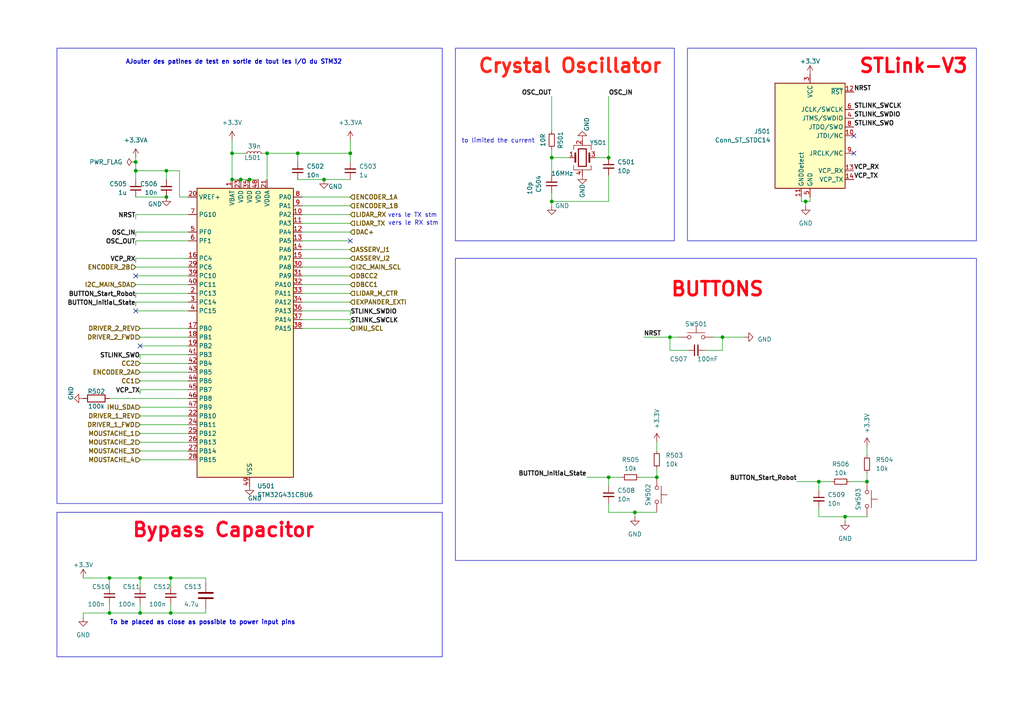
<source format=kicad_sch>
(kicad_sch (version 20231120) (generator "eeschema") (generator_version "8.0")
  (paper "A4")
  (lib_symbols
    (symbol "+3.3V_1" (power) (pin_numbers hide) (pin_names (offset 0) hide)
      (property "Value" "+3.3V" (at 0 3.556 0))
      (symbol "+3.3V_1_0_1"
        (polyline (pts (xy -0.762 1.27) (xy 0 2.54)))
        (polyline (pts (xy 0 0) (xy 0 2.54)))
        (polyline (pts (xy 0 2.54) (xy 0.762 1.27)))
      )
      (symbol "+3.3V_1_1_1"
        (pin power_in line (at 0 0 90) (length 0) (name "~") (number "1"))
      )
    )
    (symbol "Connector:Conn_ST_STDC14"
      (property "Reference" "J" (at -8.89 16.51 0))
      (property "Value" "Conn_ST_STDC14" (at 17.78 16.51 0))
      (symbol "Conn_ST_STDC14_0_1"
        (rectangle (start -10.16 15.24) (end 10.16 -15.24) (stroke (width 0.254)) (fill (type background)))
      )
      (symbol "Conn_ST_STDC14_1_1"
        (pin no_connect line (at -10.16 5.08 0) (length 2.54) hide (name "NC") (number "1"))
        (pin output line (at 12.7 0 180) (length 2.54) (name "JTDI/NC") (number "10"))
        (pin passive line (at -2.54 -17.78 90) (length 2.54) (name "GNDDetect") (number "11"))
        (pin open_collector line (at 12.7 12.7 180) (length 2.54) (name "~{RST}") (number "12"))
        (pin output line (at 12.7 -10.16 180) (length 2.54) (name "VCP_RX") (number "13"))
        (pin input line (at 12.7 -12.7 180) (length 2.54) (name "VCP_TX") (number "14"))
        (pin no_connect line (at -10.16 2.54 0) (length 2.54) hide (name "NC") (number "2"))
        (pin power_in line (at 0 17.78 270) (length 2.54) (name "VCC") (number "3"))
        (pin bidirectional line (at 12.7 5.08 180) (length 2.54) (name "JTMS/SWDIO") (number "4"))
        (pin power_in line (at 0 -17.78 90) (length 2.54) (name "GND") (number "5"))
        (pin output line (at 12.7 7.62 180) (length 2.54) (name "JCLK/SWCLK") (number "6"))
        (pin passive line (at 0 -17.78 90) (length 2.54) hide (name "GND") (number "7"))
        (pin input line (at 12.7 2.54 180) (length 2.54) (name "JTDO/SWO") (number "8"))
        (pin input line (at 12.7 -5.08 180) (length 2.54) (name "JRCLK/NC") (number "9"))
      )
    )
    (symbol "Device:C" (pin_numbers hide) (pin_names (offset 0.254))
      (property "Reference" "C" (at 0.635 2.54 0))
      (property "Value" "C" (at 0.635 -2.54 0))
      (symbol "C_0_1"
        (polyline (pts (xy -2.032 -0.762) (xy 2.032 -0.762)) (stroke (width 0.508)))
        (polyline (pts (xy -2.032 0.762) (xy 2.032 0.762)) (stroke (width 0.508)))
      )
      (symbol "C_1_1"
        (pin passive line (at 0 3.81 270) (length 2.794) (name "~") (number "1"))
        (pin passive line (at 0 -3.81 90) (length 2.794) (name "~") (number "2"))
      )
    )
    (symbol "Device:C_Small" (pin_numbers hide) (pin_names (offset 0.254) hide)
      (property "Reference" "C" (at 0.254 1.778 0))
      (property "Value" "C_Small" (at 0.254 -2.032 0))
      (symbol "C_Small_0_1"
        (polyline (pts (xy -1.524 -0.508) (xy 1.524 -0.508)) (stroke (width 0.3302)))
        (polyline (pts (xy -1.524 0.508) (xy 1.524 0.508)) (stroke (width 0.3048)))
      )
      (symbol "C_Small_1_1"
        (pin passive line (at 0 2.54 270) (length 2.032) (name "~") (number "1"))
        (pin passive line (at 0 -2.54 90) (length 2.032) (name "~") (number "2"))
      )
    )
    (symbol "Device:Crystal_GND24" (pin_names (offset 1.016) hide)
      (property "Reference" "Y" (at 3.175 5.08 0))
      (property "Value" "Crystal_GND24" (at 3.175 3.175 0))
      (symbol "Crystal_GND24_0_1"
        (rectangle (start -1.143 2.54) (end 1.143 -2.54) (stroke (width 0.3048)))
        (polyline (pts (xy -2.54 0) (xy -2.032 0)))
        (polyline (pts (xy -2.032 -1.27) (xy -2.032 1.27)) (stroke (width 0.508)))
        (polyline (pts (xy 0 -3.81) (xy 0 -3.556)))
        (polyline (pts (xy 0 3.556) (xy 0 3.81)))
        (polyline (pts (xy 2.032 -1.27) (xy 2.032 1.27)) (stroke (width 0.508)))
        (polyline (pts (xy 2.032 0) (xy 2.54 0)))
        (polyline (pts (xy -2.54 -2.286) (xy -2.54 -3.556) (xy 2.54 -3.556) (xy 2.54 -2.286)))
        (polyline (pts (xy -2.54 2.286) (xy -2.54 3.556) (xy 2.54 3.556) (xy 2.54 2.286)))
      )
      (symbol "Crystal_GND24_1_1"
        (pin passive line (at -3.81 0 0) (length 1.27) (name "1") (number "1"))
        (pin passive line (at 0 5.08 270) (length 1.27) (name "2") (number "2"))
        (pin passive line (at 3.81 0 180) (length 1.27) (name "3") (number "3"))
        (pin passive line (at 0 -5.08 90) (length 1.27) (name "4") (number "4"))
      )
    )
    (symbol "Device:L_Small" (pin_numbers hide) (pin_names (offset 0.254) hide)
      (property "Reference" "L" (at 0.762 1.016 0))
      (property "Value" "L_Small" (at 0.762 -1.016 0))
      (symbol "L_Small_0_1"
        (arc (start 0 -2.032) (mid 0.5058 -1.524) (end 0 -1.016))
        (arc (start 0 -1.016) (mid 0.5058 -0.508) (end 0 0))
        (arc (start 0 0) (mid 0.5058 0.508) (end 0 1.016))
        (arc (start 0 1.016) (mid 0.5058 1.524) (end 0 2.032))
      )
      (symbol "L_Small_1_1"
        (pin passive line (at 0 2.54 270) (length 0.508) (name "~") (number "1"))
        (pin passive line (at 0 -2.54 90) (length 0.508) (name "~") (number "2"))
      )
    )
    (symbol "Device:R" (pin_numbers hide) (pin_names (offset 0))
      (property "Reference" "R" (at 2.032 0 90))
      (property "Value" "R" (at 0 0 90))
      (symbol "R_0_1"
        (rectangle (start -1.016 -2.54) (end 1.016 2.54) (stroke (width 0.254)))
      )
      (symbol "R_1_1"
        (pin passive line (at 0 3.81 270) (length 1.27) (name "~") (number "1"))
        (pin passive line (at 0 -3.81 90) (length 1.27) (name "~") (number "2"))
      )
    )
    (symbol "Device:R_Small" (pin_numbers hide) (pin_names (offset 0.254) hide)
      (property "Reference" "R" (at 0.762 0.508 0))
      (property "Value" "R_Small" (at 0.762 -1.016 0))
      (symbol "R_Small_0_1"
        (rectangle (start -0.762 1.778) (end 0.762 -1.778) (stroke (width 0.2032)))
      )
      (symbol "R_Small_1_1"
        (pin passive line (at 0 2.54 270) (length 0.762) (name "~") (number "1"))
        (pin passive line (at 0 -2.54 90) (length 0.762) (name "~") (number "2"))
      )
    )
    (symbol "GND_1" (power) (pin_numbers hide) (pin_names (offset 0) hide)
      (property "Value" "GND" (at 0 -3.81 0))
      (symbol "GND_1_0_1"
        (polyline (pts (xy 0 0) (xy 0 -1.27) (xy 1.27 -1.27) (xy 0 -2.54) (xy -1.27 -1.27) (xy 0 -1.27)))
      )
      (symbol "GND_1_1_1"
        (pin power_in line (at 0 0 270) (length 0) (name "~") (number "1"))
      )
    )
    (symbol "GND_2" (power) (pin_numbers hide) (pin_names (offset 0) hide)
      (property "Value" "GND" (at 0 -3.81 0))
      (symbol "GND_2_0_1"
        (polyline (pts (xy 0 0) (xy 0 -1.27) (xy 1.27 -1.27) (xy 0 -2.54) (xy -1.27 -1.27) (xy 0 -1.27)))
      )
      (symbol "GND_2_1_1"
        (pin power_in line (at 0 0 270) (length 0) (name "~") (number "1"))
      )
    )
    (symbol "MCU_ST_STM32G4:STM32G431CBUx"
      (property "Reference" "U" (at -12.7 44.45 0))
      (property "Value" "STM32G431CBUx" (at 10.16 44.45 0))
      (symbol "STM32G431CBUx_0_1"
        (rectangle (start -12.7 -40.64) (end 15.24 43.18) (stroke (width 0.254)) (fill (type background)))
      )
      (symbol "STM32G431CBUx_1_1"
        (pin power_in line (at -2.54 45.72 270) (length 2.54) (name "VBAT") (number "1"))
        (pin bidirectional line (at 17.78 35.56 180) (length 2.54) (name "PA2") (number "10"))
        (pin bidirectional line (at 17.78 33.02 180) (length 2.54) (name "PA3") (number "11"))
        (pin bidirectional line (at 17.78 30.48 180) (length 2.54) (name "PA4") (number "12"))
        (pin bidirectional line (at 17.78 27.94 180) (length 2.54) (name "PA5") (number "13"))
        (pin bidirectional line (at 17.78 25.4 180) (length 2.54) (name "PA6") (number "14"))
        (pin bidirectional line (at 17.78 22.86 180) (length 2.54) (name "PA7") (number "15"))
        (pin bidirectional line (at -15.24 22.86 0) (length 2.54) (name "PC4") (number "16"))
        (pin bidirectional line (at -15.24 2.54 0) (length 2.54) (name "PB0") (number "17"))
        (pin bidirectional line (at -15.24 0 0) (length 2.54) (name "PB1") (number "18"))
        (pin bidirectional line (at -15.24 -2.54 0) (length 2.54) (name "PB2") (number "19"))
        (pin bidirectional line (at -15.24 12.7 0) (length 2.54) (name "PC13") (number "2"))
        (pin input line (at -15.24 40.64 0) (length 2.54) (name "VREF+") (number "20"))
        (pin power_in line (at 7.62 45.72 270) (length 2.54) (name "VDDA") (number "21"))
        (pin bidirectional line (at -15.24 -22.86 0) (length 2.54) (name "PB10") (number "22"))
        (pin power_in line (at 0 45.72 270) (length 2.54) (name "VDD") (number "23"))
        (pin bidirectional line (at -15.24 -25.4 0) (length 2.54) (name "PB11") (number "24"))
        (pin bidirectional line (at -15.24 -27.94 0) (length 2.54) (name "PB12") (number "25"))
        (pin bidirectional line (at -15.24 -30.48 0) (length 2.54) (name "PB13") (number "26"))
        (pin bidirectional line (at -15.24 -33.02 0) (length 2.54) (name "PB14") (number "27"))
        (pin bidirectional line (at -15.24 -35.56 0) (length 2.54) (name "PB15") (number "28"))
        (pin bidirectional line (at -15.24 20.32 0) (length 2.54) (name "PC6") (number "29"))
        (pin bidirectional line (at -15.24 10.16 0) (length 2.54) (name "PC14") (number "3"))
        (pin bidirectional line (at 17.78 20.32 180) (length 2.54) (name "PA8") (number "30"))
        (pin bidirectional line (at 17.78 17.78 180) (length 2.54) (name "PA9") (number "31"))
        (pin bidirectional line (at 17.78 15.24 180) (length 2.54) (name "PA10") (number "32"))
        (pin bidirectional line (at 17.78 12.7 180) (length 2.54) (name "PA11") (number "33"))
        (pin bidirectional line (at 17.78 10.16 180) (length 2.54) (name "PA12") (number "34"))
        (pin power_in line (at 2.54 45.72 270) (length 2.54) (name "VDD") (number "35"))
        (pin bidirectional line (at 17.78 7.62 180) (length 2.54) (name "PA13") (number "36"))
        (pin bidirectional line (at 17.78 5.08 180) (length 2.54) (name "PA14") (number "37"))
        (pin bidirectional line (at 17.78 2.54 180) (length 2.54) (name "PA15") (number "38"))
        (pin bidirectional line (at -15.24 17.78 0) (length 2.54) (name "PC10") (number "39"))
        (pin bidirectional line (at -15.24 7.62 0) (length 2.54) (name "PC15") (number "4"))
        (pin bidirectional line (at -15.24 15.24 0) (length 2.54) (name "PC11") (number "40"))
        (pin bidirectional line (at -15.24 -5.08 0) (length 2.54) (name "PB3") (number "41"))
        (pin bidirectional line (at -15.24 -7.62 0) (length 2.54) (name "PB4") (number "42"))
        (pin bidirectional line (at -15.24 -10.16 0) (length 2.54) (name "PB5") (number "43"))
        (pin bidirectional line (at -15.24 -12.7 0) (length 2.54) (name "PB6") (number "44"))
        (pin bidirectional line (at -15.24 -15.24 0) (length 2.54) (name "PB7") (number "45"))
        (pin bidirectional line (at -15.24 -17.78 0) (length 2.54) (name "PB8") (number "46"))
        (pin bidirectional line (at -15.24 -20.32 0) (length 2.54) (name "PB9") (number "47"))
        (pin power_in line (at 5.08 45.72 270) (length 2.54) (name "VDD") (number "48"))
        (pin power_in line (at 2.54 -43.18 90) (length 2.54) (name "VSS") (number "49"))
        (pin bidirectional line (at -15.24 30.48 0) (length 2.54) (name "PF0") (number "5"))
        (pin bidirectional line (at -15.24 27.94 0) (length 2.54) (name "PF1") (number "6"))
        (pin bidirectional line (at -15.24 35.56 0) (length 2.54) (name "PG10") (number "7"))
        (pin bidirectional line (at 17.78 40.64 180) (length 2.54) (name "PA0") (number "8"))
        (pin bidirectional line (at 17.78 38.1 180) (length 2.54) (name "PA1") (number "9"))
      )
    )
    (symbol "Switch:SW_Push" (pin_numbers hide) (pin_names (offset 1.016) hide)
      (property "Reference" "SW" (at 1.27 2.54 0))
      (property "Value" "SW_Push" (at 0 -1.524 0))
      (symbol "SW_Push_0_1"
        (circle (center -2.032 0) (radius 0.508))
        (polyline (pts (xy 0 1.27) (xy 0 3.048)))
        (polyline (pts (xy 2.54 1.27) (xy -2.54 1.27)))
        (circle (center 2.032 0) (radius 0.508))
        (pin passive line (at -5.08 0 0) (length 2.54) (name "1") (number "1"))
        (pin passive line (at 5.08 0 180) (length 2.54) (name "2") (number "2"))
      )
    )
    (symbol "power:+3.3V" (power) (pin_names (offset 0))
      (property "Value" "+3.3V" (at 0 3.556 0))
      (symbol "+3.3V_0_1"
        (polyline (pts (xy -0.762 1.27) (xy 0 2.54)))
        (polyline (pts (xy 0 0) (xy 0 2.54)))
        (polyline (pts (xy 0 2.54) (xy 0.762 1.27)))
      )
      (symbol "+3.3V_1_1"
        (pin power_in line (at 0 0 90) (length 0) hide (name "+3.3V") (number "1"))
      )
    )
    (symbol "power:+3.3VA" (power) (pin_numbers hide) (pin_names (offset 0) hide)
      (property "Value" "+3.3VA" (at 0 3.556 0))
      (symbol "+3.3VA_0_1"
        (polyline (pts (xy -0.762 1.27) (xy 0 2.54)))
        (polyline (pts (xy 0 0) (xy 0 2.54)))
        (polyline (pts (xy 0 2.54) (xy 0.762 1.27)))
      )
      (symbol "+3.3VA_1_1"
        (pin power_in line (at 0 0 90) (length 0) (name "~") (number "1"))
      )
    )
    (symbol "power:GND" (power) (pin_names (offset 0))
      (property "Value" "GND" (at 0 -3.81 0))
      (symbol "GND_0_1"
        (polyline (pts (xy 0 0) (xy 0 -1.27) (xy 1.27 -1.27) (xy 0 -2.54) (xy -1.27 -1.27) (xy 0 -1.27)))
      )
      (symbol "GND_1_1"
        (pin power_in line (at 0 0 270) (length 0) hide (name "GND") (number "1"))
      )
    )
    (symbol "power:PWR_FLAG" (power) (pin_numbers hide) (pin_names (offset 0) hide)
      (property "Value" "PWR_FLAG" (at 0 3.81 0))
      (symbol "PWR_FLAG_0_0"
        (pin power_out line (at 0 0 90) (length 0) (name "~") (number "1"))
      )
      (symbol "PWR_FLAG_0_1"
        (polyline (pts (xy 0 0) (xy 0 1.27) (xy -1.016 1.905) (xy 0 2.54) (xy 1.016 1.905) (xy 0 1.27)))
      )
    )
  )
  (junction (at 72.39 52.07))
  (junction (at 39.37 46.99))
  (junction (at 31.75 167.64))
  (junction (at 67.31 44.45))
  (junction (at 48.26 57.15))
  (junction (at 93.98 52.07))
  (junction (at 194.31 97.79))
  (junction (at 77.47 44.45))
  (junction (at 31.75 177.8))
  (junction (at 245.11 149.86))
  (junction (at 233.68 58.42))
  (junction (at 48.26 49.53))
  (junction (at 49.53 177.8))
  (junction (at 251.46 139.7))
  (junction (at 209.55 97.79))
  (junction (at 160.02 58.42))
  (junction (at 237.49 139.7))
  (junction (at 86.36 44.45))
  (junction (at 69.85 52.07))
  (junction (at 40.64 167.64))
  (junction (at 101.6 44.45))
  (junction (at 184.15 148.59))
  (junction (at 40.64 177.8))
  (junction (at 67.31 52.07))
  (junction (at 49.53 167.64))
  (junction (at 190.5 138.43))
  (junction (at 160.02 45.72))
  (junction (at 176.53 138.43))
  (junction (at 39.37 49.53))
  (junction (at 176.53 45.72))
  (no_connect (at 247.65 44.45))
  (no_connect (at 39.37 90.17))
  (no_connect (at 39.37 80.01))
  (no_connect (at 247.65 39.37))
  (no_connect (at 101.6 69.85))
  (no_connect (at 40.64 100.33))
  (wire (pts (xy 232.41 58.42) (xy 233.68 58.42)))
  (wire (pts (xy 39.37 67.31) (xy 54.61 67.31)))
  (wire (pts (xy 40.64 123.19) (xy 54.61 123.19)))
  (wire (pts (xy 39.37 69.85) (xy 54.61 69.85)))
  (wire (pts (xy 87.63 72.39) (xy 101.6 72.39)))
  (wire (pts (xy 234.95 58.42) (xy 233.68 58.42)))
  (wire (pts (xy 39.37 80.01) (xy 54.61 80.01)))
  (wire (pts (xy 52.07 57.15) (xy 52.07 49.53)))
  (wire (pts (xy 160.02 27.94) (xy 160.02 38.1)))
  (wire (pts (xy 87.63 82.55) (xy 101.6 82.55)))
  (wire (pts (xy 101.6 40.64) (xy 101.6 44.45)))
  (wire (pts (xy 209.55 97.79) (xy 207.01 97.79)))
  (wire (pts (xy 209.55 97.79) (xy 215.9 97.79)))
  (wire (pts (xy 40.64 118.11) (xy 54.61 118.11)))
  (wire (pts (xy 39.37 77.47) (xy 54.61 77.47)))
  (wire (pts (xy 176.53 138.43) (xy 176.53 140.97)))
  (wire (pts (xy 40.64 97.79) (xy 54.61 97.79)))
  (wire (pts (xy 39.37 46.99) (xy 39.37 49.53)))
  (wire (pts (xy 160.02 58.42) (xy 176.53 58.42)))
  (wire (pts (xy 49.53 177.8) (xy 49.53 175.26)))
  (wire (pts (xy 24.13 177.8) (xy 31.75 177.8)))
  (wire (pts (xy 87.63 90.17) (xy 101.6 90.17)))
  (wire (pts (xy 233.68 58.42) (xy 233.68 59.69)))
  (wire (pts (xy 87.63 59.69) (xy 101.6 59.69)))
  (wire (pts (xy 40.64 177.8) (xy 49.53 177.8)))
  (wire (pts (xy 87.63 92.71) (xy 101.6 92.71)))
  (wire (pts (xy 185.42 138.43) (xy 190.5 138.43)))
  (wire (pts (xy 176.53 27.94) (xy 176.53 45.72)))
  (wire (pts (xy 160.02 45.72) (xy 160.02 43.18)))
  (wire (pts (xy 176.53 138.43) (xy 180.34 138.43)))
  (wire (pts (xy 40.64 95.25) (xy 54.61 95.25)))
  (wire (pts (xy 184.15 149.86) (xy 184.15 148.59)))
  (wire (pts (xy 231.14 139.7) (xy 237.49 139.7)))
  (wire (pts (xy 87.63 77.47) (xy 101.6 77.47)))
  (wire (pts (xy 87.63 69.85) (xy 101.6 69.85)))
  (wire (pts (xy 39.37 68.58) (xy 39.37 67.31)))
  (wire (pts (xy 165.1 45.72) (xy 160.02 45.72)))
  (wire (pts (xy 172.72 45.72) (xy 176.53 45.72)))
  (wire (pts (xy 40.64 104.14) (xy 40.64 102.87)))
  (wire (pts (xy 40.64 105.41) (xy 54.61 105.41)))
  (wire (pts (xy 39.37 87.63) (xy 54.61 87.63)))
  (wire (pts (xy 87.63 64.77) (xy 101.6 64.77)))
  (wire (pts (xy 40.64 107.95) (xy 54.61 107.95)))
  (wire (pts (xy 39.37 52.07) (xy 39.37 49.53)))
  (wire (pts (xy 40.64 113.03) (xy 40.64 114.3)))
  (wire (pts (xy 194.31 101.6) (xy 194.31 97.79)))
  (wire (pts (xy 196.85 97.79) (xy 194.31 97.79)))
  (wire (pts (xy 40.64 128.27) (xy 54.61 128.27)))
  (wire (pts (xy 49.53 167.64) (xy 40.64 167.64)))
  (wire (pts (xy 59.69 176.53) (xy 59.69 177.8)))
  (wire (pts (xy 93.98 52.07) (xy 101.6 52.07)))
  (wire (pts (xy 72.39 52.07) (xy 74.93 52.07)))
  (wire (pts (xy 67.31 44.45) (xy 71.12 44.45)))
  (wire (pts (xy 87.63 85.09) (xy 101.6 85.09)))
  (wire (pts (xy 67.31 40.64) (xy 67.31 44.45)))
  (wire (pts (xy 190.5 128.27) (xy 190.5 130.81)))
  (wire (pts (xy 24.13 167.64) (xy 31.75 167.64)))
  (wire (pts (xy 48.26 57.15) (xy 39.37 57.15)))
  (wire (pts (xy 31.75 167.64) (xy 40.64 167.64)))
  (wire (pts (xy 40.64 167.64) (xy 40.64 170.18)))
  (wire (pts (xy 101.6 93.98) (xy 101.6 92.71)))
  (wire (pts (xy 69.85 52.07) (xy 72.39 52.07)))
  (wire (pts (xy 31.75 177.8) (xy 40.64 177.8)))
  (wire (pts (xy 160.02 45.72) (xy 160.02 50.8)))
  (wire (pts (xy 49.53 170.18) (xy 49.53 167.64)))
  (wire (pts (xy 39.37 85.09) (xy 54.61 85.09)))
  (wire (pts (xy 39.37 71.12) (xy 39.37 69.85)))
  (wire (pts (xy 52.07 49.53) (xy 48.26 49.53)))
  (wire (pts (xy 234.95 58.42) (xy 234.95 57.15)))
  (wire (pts (xy 176.53 148.59) (xy 184.15 148.59)))
  (wire (pts (xy 86.36 44.45) (xy 86.36 46.99)))
  (wire (pts (xy 40.64 120.65) (xy 54.61 120.65)))
  (wire (pts (xy 176.53 146.05) (xy 176.53 148.59)))
  (wire (pts (xy 39.37 62.23) (xy 39.37 63.5)))
  (wire (pts (xy 246.38 139.7) (xy 251.46 139.7)))
  (wire (pts (xy 170.18 138.43) (xy 176.53 138.43)))
  (wire (pts (xy 67.31 44.45) (xy 67.31 52.07)))
  (wire (pts (xy 31.75 167.64) (xy 31.75 170.18)))
  (wire (pts (xy 245.11 151.13) (xy 245.11 149.86)))
  (wire (pts (xy 40.64 110.49) (xy 54.61 110.49)))
  (wire (pts (xy 67.31 52.07) (xy 69.85 52.07)))
  (wire (pts (xy 160.02 55.88) (xy 160.02 58.42)))
  (wire (pts (xy 39.37 74.93) (xy 39.37 76.2)))
  (wire (pts (xy 31.75 175.26) (xy 31.75 177.8)))
  (wire (pts (xy 39.37 87.63) (xy 39.37 88.9)))
  (wire (pts (xy 237.49 139.7) (xy 241.3 139.7)))
  (wire (pts (xy 40.64 113.03) (xy 54.61 113.03)))
  (wire (pts (xy 24.13 177.8) (xy 24.13 179.07)))
  (wire (pts (xy 101.6 91.44) (xy 101.6 90.17)))
  (wire (pts (xy 209.55 101.6) (xy 209.55 97.79)))
  (wire (pts (xy 176.53 50.8) (xy 176.53 58.42)))
  (wire (pts (xy 86.36 44.45) (xy 101.6 44.45)))
  (wire (pts (xy 39.37 85.09) (xy 39.37 86.36)))
  (wire (pts (xy 40.64 100.33) (xy 54.61 100.33)))
  (wire (pts (xy 87.63 95.25) (xy 101.6 95.25)))
  (wire (pts (xy 39.37 45.72) (xy 39.37 46.99)))
  (wire (pts (xy 199.39 101.6) (xy 194.31 101.6)))
  (wire (pts (xy 40.64 125.73) (xy 54.61 125.73)))
  (wire (pts (xy 40.64 175.26) (xy 40.64 177.8)))
  (wire (pts (xy 76.2 44.45) (xy 77.47 44.45)))
  (wire (pts (xy 87.63 67.31) (xy 101.6 67.31)))
  (wire (pts (xy 31.75 115.57) (xy 54.61 115.57)))
  (wire (pts (xy 39.37 82.55) (xy 54.61 82.55)))
  (wire (pts (xy 237.49 149.86) (xy 245.11 149.86)))
  (wire (pts (xy 87.63 62.23) (xy 101.6 62.23)))
  (wire (pts (xy 237.49 139.7) (xy 237.49 142.24)))
  (wire (pts (xy 39.37 90.17) (xy 54.61 90.17)))
  (wire (pts (xy 86.36 52.07) (xy 93.98 52.07)))
  (wire (pts (xy 39.37 62.23) (xy 54.61 62.23)))
  (wire (pts (xy 59.69 167.64) (xy 49.53 167.64)))
  (wire (pts (xy 101.6 46.99) (xy 101.6 44.45)))
  (wire (pts (xy 190.5 135.89) (xy 190.5 138.43)))
  (wire (pts (xy 237.49 147.32) (xy 237.49 149.86)))
  (wire (pts (xy 87.63 87.63) (xy 101.6 87.63)))
  (wire (pts (xy 59.69 167.64) (xy 59.69 168.91)))
  (wire (pts (xy 251.46 129.54) (xy 251.46 132.08)))
  (wire (pts (xy 160.02 58.42) (xy 160.02 59.69)))
  (wire (pts (xy 59.69 177.8) (xy 49.53 177.8)))
  (wire (pts (xy 77.47 44.45) (xy 86.36 44.45)))
  (wire (pts (xy 48.26 49.53) (xy 48.26 52.07)))
  (wire (pts (xy 77.47 44.45) (xy 77.47 52.07)))
  (wire (pts (xy 87.63 80.01) (xy 101.6 80.01)))
  (wire (pts (xy 204.47 101.6) (xy 209.55 101.6)))
  (wire (pts (xy 40.64 130.81) (xy 54.61 130.81)))
  (wire (pts (xy 48.26 49.53) (xy 39.37 49.53)))
  (wire (pts (xy 87.63 57.15) (xy 101.6 57.15)))
  (wire (pts (xy 52.07 57.15) (xy 54.61 57.15)))
  (wire (pts (xy 87.63 74.93) (xy 101.6 74.93)))
  (wire (pts (xy 194.31 97.79) (xy 186.69 97.79)))
  (wire (pts (xy 251.46 137.16) (xy 251.46 139.7)))
  (wire (pts (xy 40.64 133.35) (xy 54.61 133.35)))
  (wire (pts (xy 232.41 58.42) (xy 232.41 57.15)))
  (wire (pts (xy 245.11 149.86) (xy 251.46 149.86)))
  (wire (pts (xy 184.15 148.59) (xy 190.5 148.59)))
  (wire (pts (xy 40.64 102.87) (xy 54.61 102.87)))
  (wire (pts (xy 39.37 74.93) (xy 54.61 74.93)))
  (rectangle (start 16.51 148.59) (end 128.27 190.5))
  (rectangle (start 199.39 13.97) (end 283.21 69.85))
  (rectangle (start 16.51 13.97) (end 128.27 146.05))
  (rectangle (start 132.08 74.93) (end 283.21 162.56))
  (rectangle (start 132.08 13.97) (end 195.58 69.85))
  (text "Bypass Capacitor" (at 38.1 156.21 0) (effects (font (size 4 4) (thickness 0.8) (bold yes)) (justify left bottom)))
  (text "to limited the current \n" (at 133.858 41.656 0) (effects (font (size 1.27 1.27)) (justify left bottom)))
  (text "vers le TX stm\n" (at 119.634 62.484 0) (effects (font (size 1.27 1.27))))
  (text "vers le RX stm\n" (at 119.888 64.77 0) (effects (font (size 1.27 1.27))))
  (text "BUTTONS" (at 194.31 86.36 0) (effects (font (size 4 4) (bold yes)) (justify left bottom)))
  (text "AJouter des patines de test en sortie de tout les I/O du STM32\n" (at 67.818 18.034 0) (effects (font (size 1.27 1.27) (thickness 0.254) (bold yes))))
  (text "To be placed as close as possible to power input pins\n\n\n" (at 31.75 185.42 0) (effects (font (size 1.27 1.27) (bold yes)) (justify left bottom)))
  (text "Crystal Oscillator" (at 138.43 21.59 0) (effects (font (size 4 4) (thickness 0.8) (bold yes)) (justify left bottom)))
  (text "STLink-V3\n" (at 248.92 21.59 0) (effects (font (size 4 4) (bold yes)) (justify left bottom)))
  (label "NRST" (at 39.37 63.5 180) (effects (font (thickness 0.254) (bold yes))))
  (label "VCP_RX" (at 39.37 76.2 180) (effects (font (thickness 0.254) (bold yes))))
  (label "NRST" (at 247.65 26.67 0) (effects (font (bold yes))))
  (label "BUTTON_Start_Robot" (at 231.14 139.7 180) (effects (font (bold yes))))
  (label "STLINK_SWO" (at 247.65 36.83 0) (effects (font (bold yes))))
  (label "NRST" (at 186.69 97.79 0) (effects (font (bold yes))))
  (label "BUTTON_Start_Robot" (at 39.37 86.36 180) (effects (font (bold yes))))
  (label "OSC_OUT" (at 160.02 27.94 180) (effects (font (bold yes))))
  (label "STLINK_SWCLK" (at 101.6 93.98 0) (effects (font (thickness 0.254) (bold yes))))
  (label "BUTTON_Initial_State" (at 39.37 88.9 180) (effects (font (bold yes))))
  (label "STLINK_SWCLK" (at 247.65 31.75 0) (effects (font (bold yes))))
  (label "VCP_TX" (at 247.65 52.07 0) (effects (font (bold yes))))
  (label "OSC_IN" (at 176.53 27.94 0) (effects (font (bold yes))))
  (label "OSC_IN" (at 39.37 68.58 180) (effects (font (thickness 0.254) (bold yes))))
  (label "STLINK_SWO" (at 40.64 104.14 180) (effects (font (thickness 0.254) (bold yes))))
  (label "STLINK_SWDIO" (at 101.6 91.44 0) (effects (font (bold yes))))
  (label "BUTTON_Initial_State" (at 170.18 138.43 180) (effects (font (bold yes))))
  (label "STLINK_SWDIO" (at 247.65 34.29 0) (effects (font (bold yes))))
  (label "VCP_RX" (at 247.65 49.53 0) (effects (font (bold yes))))
  (label "VCP_TX" (at 40.64 114.3 180) (effects (font (thickness 0.254) (bold yes))))
  (label "OSC_OUT" (at 39.37 71.12 180) (effects (font (thickness 0.254) (bold yes))))
  (hierarchical_label "MOUSTACHE_4" (shape input) (at 40.64 133.35 180) (effects (font (thickness 0.254) (bold yes))))
  (hierarchical_label "MOUSTACHE_2" (shape input) (at 40.64 128.27 180) (effects (font (thickness 0.254) (bold yes))))
  (hierarchical_label "CC2" (shape input) (at 40.64 105.41 180) (effects (font (thickness 0.254) (bold yes))))
  (hierarchical_label "ENCODER_2B" (shape input) (at 39.37 77.47 180) (effects (font (thickness 0.254) (bold yes))))
  (hierarchical_label "DAC+" (shape input) (at 101.6 67.31 0) (effects (font (thickness 0.254) (bold yes))))
  (hierarchical_label "DRIVER_1_FWD" (shape input) (at 40.64 123.19 180) (effects (font (thickness 0.254) (bold yes))))
  (hierarchical_label "DRIVER_1_REV" (shape input) (at 40.64 120.65 180) (effects (font (thickness 0.254) (bold yes))))
  (hierarchical_label "MOUSTACHE_1" (shape input) (at 40.64 125.73 180) (effects (font (thickness 0.254) (bold yes))))
  (hierarchical_label "LIDAR_M_CTR" (shape input) (at 101.6 85.09 0) (effects (font (thickness 0.254) (bold yes))))
  (hierarchical_label "ENCODER_1B" (shape input) (at 101.6 59.69 0) (effects (font (thickness 0.254) (bold yes))))
  (hierarchical_label "CC1" (shape input) (at 40.64 110.49 180) (effects (font (thickness 0.254) (bold yes))))
  (hierarchical_label "I2C_MAIN_SCL" (shape input) (at 101.6 77.47 0) (effects (font (thickness 0.254) (bold yes))))
  (hierarchical_label "LIDAR_RX" (shape input) (at 101.6 62.23 0) (effects (font (thickness 0.254) (bold yes))))
  (hierarchical_label "DBCC1" (shape input) (at 101.6 82.55 0) (effects (font (thickness 0.254) (bold yes))))
  (hierarchical_label "ENCODER_2A" (shape input) (at 40.64 107.95 180) (effects (font (thickness 0.254) (bold yes))))
  (hierarchical_label "MOUSTACHE_3" (shape input) (at 40.64 130.81 180) (effects (font (thickness 0.254) (bold yes))))
  (hierarchical_label "DRIVER_2_REV" (shape input) (at 40.64 95.25 180) (effects (font (thickness 0.254) (bold yes))))
  (hierarchical_label "EXPANDER_EXTI" (shape input) (at 101.6 87.63 0) (effects (font (thickness 0.254) (bold yes))))
  (hierarchical_label "ASSERV_I2" (shape input) (at 101.6 74.93 0) (effects (font (thickness 0.254) (bold yes))))
  (hierarchical_label "ASSERV_I1" (shape input) (at 101.6 72.39 0) (effects (font (thickness 0.254) (bold yes))))
  (hierarchical_label "DRIVER_2_FWD" (shape input) (at 40.64 97.79 180) (effects (font (thickness 0.254) (bold yes))))
  (hierarchical_label "IMU_SCL" (shape input) (at 101.6 95.25 0) (effects (font (thickness 0.254) (bold yes))))
  (hierarchical_label "ENCODER_1A" (shape input) (at 101.6 57.15 0) (effects (font (thickness 0.254) (bold yes))))
  (hierarchical_label "LIDAR_TX" (shape input) (at 101.6 64.77 0) (effects (font (thickness 0.254) (bold yes))))
  (hierarchical_label "I2C_MAIN_SDA" (shape input) (at 39.37 82.55 180) (effects (font (thickness 0.254) (bold yes))))
  (hierarchical_label "DBCC2" (shape input) (at 101.6 80.01 0) (effects (font (thickness 0.254) (bold yes))))
  (hierarchical_label "IMU_SDA" (shape input) (at 40.64 118.11 180) (effects (font (thickness 0.254) (bold yes))))
  (symbol (lib_id "power:+3.3VA") (at 39.37 45.72 0) (unit 1)
    (property "Reference" "#PWR0505" (effects (hide yes)))
    (property "Value" "+3.3VA" (at 39.37 40.64 0))
    (property "Description" "Power symbol creates a global label with name \"+3.3VA\"" (effects (hide yes)))
  )
  (symbol (lib_id "Device:R_Small") (at 251.46 134.62 0) (unit 1)
    (property "Reference" "R504" (at 254 133.3499 0) (effects (justify left)))
    (property "Value" "10k" (at 254 135.8899 0) (effects (justify left)))
    (property "Footprint" "Resistor_SMD:R_0402_1005Metric" (effects (hide yes)))
    (property "Description" "Resistor, small symbol" (effects (hide yes)))
  )
  (symbol (lib_id "Device:C_Small") (at 39.37 54.61 0) (mirror x) (unit 1)
    (property "Reference" "C505" (at 36.83 53.3335 0) (effects (justify right)))
    (property "Value" "1u" (at 36.83 55.8735 0) (effects (justify right)))
    (property "Footprint" "Capacitor_SMD:C_0603_1608Metric" (effects (hide yes)))
    (property "Description" "Unpolarized capacitor, small symbol" (effects (hide yes)))
  )
  (symbol (lib_id "Device:C_Small") (at 176.53 48.26 0) (unit 1)
    (property "Reference" "C501" (at 179.07 46.9962 0) (effects (justify left)))
    (property "Value" "10p" (at 179.07 49.5362 0) (effects (justify left)))
    (property "Footprint" "Capacitor_SMD:C_0402_1005Metric" (effects (hide yes)))
  )
  (symbol (lib_id "Switch:SW_Push") (at 201.93 97.79 0) (unit 1)
    (property "Reference" "SW501" (at 201.93 93.98 0))
    (property "Value" "SW_Push" (effects (hide yes)))
    (property "Footprint" "Button_Switch_SMD:SW_Push_1P1T_NO_6x6mm_H9.5mm" (effects (hide yes)))
    (property "Height" "1206" (effects (hide yes)))
  )
  (symbol (lib_id "power:+3.3V") (at 24.13 167.64 0) (unit 1)
    (property "Reference" "#PWR0518" (effects (hide yes)))
    (property "Value" "+3.3V" (at 24.13 163.83 0))
  )
  (symbol (lib_id "power:GND") (at 24.13 179.07 0) (unit 1)
    (property "Reference" "#PWR0519" (effects (hide yes)))
    (property "Value" "GND" (at 24.13 184.15 0))
  )
  (symbol (lib_name "GND_2") (lib_id "power:GND") (at 93.98 52.07 0) (unit 1)
    (property "Reference" "#PWR0507" (effects (hide yes)))
    (property "Value" "GND" (at 97.282 54.102 0))
    (property "Description" "Power symbol creates a global label with name \"GND\" , ground" (effects (hide yes)))
  )
  (symbol (lib_id "Device:R") (at 27.94 115.57 90) (mirror x) (unit 1)
    (property "Reference" "R502" (at 27.94 113.538 90))
    (property "Value" "100k" (at 27.94 117.856 90))
    (property "Footprint" "Resistor_SMD:R_0402_1005Metric" (effects (hide yes)))
    (property "Description" "Resistor" (effects (hide yes)))
  )
  (symbol (lib_id "Device:C_Small") (at 201.93 101.6 90) (unit 1)
    (property "Reference" "C507" (at 199.39 104.14 90) (effects (justify left)))
    (property "Value" "100nF" (at 208.28 104.14 90) (effects (justify left)))
    (property "Footprint" "Capacitor_SMD:C_0402_1005Metric" (effects (hide yes)))
  )
  (symbol (lib_id "power:GND") (at 215.9 97.79 90) (unit 1)
    (property "Reference" "#PWR0511" (effects (hide yes)))
    (property "Value" "GND" (at 219.71 98.425 90) (effects (justify right)))
  )
  (symbol (lib_id "power:+3.3V") (at 251.46 129.54 0) (unit 1)
    (property "Reference" "#PWR0514" (effects (hide yes)))
    (property "Value" "+3.3V" (at 251.4601 125.73 90) (effects (justify left)))
  )
  (symbol (lib_id "power:GND") (at 233.68 59.69 0) (unit 1)
    (property "Reference" "#PWR0510" (effects (hide yes)))
    (property "Value" "GND" (at 233.68 64.77 0))
  )
  (symbol (lib_id "Device:C_Small") (at 49.53 172.72 0) (unit 1)
    (property "Reference" "C512" (at 44.45 170.18 0) (effects (justify left)))
    (property "Value" "100n" (at 43.18 175.26 0) (effects (justify left)))
    (property "Footprint" "Capacitor_SMD:C_0402_1005Metric" (effects (hide yes)))
  )
  (symbol (lib_id "Switch:SW_Push") (at 190.5 143.51 270) (mirror x) (unit 1)
    (property "Reference" "SW502" (at 187.96 143.51 0))
    (property "Value" "SW_Push" (effects (hide yes)))
    (property "Footprint" "Button_Switch_SMD:SW_Push_1P1T_NO_6x6mm_H9.5mm" (effects (hide yes)))
    (property "Height" "1206" (effects (hide yes)))
  )
  (symbol (lib_id "Switch:SW_Push") (at 251.46 144.78 270) (mirror x) (unit 1)
    (property "Reference" "SW503" (at 248.92 144.78 0))
    (property "Value" "SW_Push" (effects (hide yes)))
    (property "Footprint" "Button_Switch_SMD:SW_Push_1P1T_NO_6x6mm_H9.5mm" (effects (hide yes)))
    (property "Height" "1206" (effects (hide yes)))
  )
  (symbol (lib_id "Device:C_Small") (at 31.75 172.72 0) (unit 1)
    (property "Reference" "C510" (at 26.67 170.18 0) (effects (justify left)))
    (property "Value" "100n" (at 25.4 175.26 0) (effects (justify left)))
    (property "Footprint" "Capacitor_SMD:C_0402_1005Metric" (effects (hide yes)))
  )
  (symbol (lib_id "power:GND") (at 168.91 40.64 180) (unit 1)
    (property "Reference" "#PWR0504" (effects (hide yes)))
    (property "Value" "GND" (at 170.18 38.1 90) (effects (justify right)))
  )
  (symbol (lib_id "Device:C_Small") (at 160.02 53.34 180) (unit 1)
    (property "Reference" "C504" (at 156.21 53.34 90))
    (property "Value" "10p" (at 153.67 54.61 90))
    (property "Footprint" "Capacitor_SMD:C_0402_1005Metric" (effects (hide yes)))
  )
  (symbol (lib_id "Connector:Conn_ST_STDC14") (at 234.95 39.37 0) (unit 1)
    (property "Reference" "J501" (at 223.52 38.0999 0) (effects (justify right)))
    (property "Value" "Conn_ST_STDC14" (at 223.52 40.6399 0) (effects (justify right)))
    (property "Footprint" "Connector_PinHeader_1.27mm:PinHeader_2x07_P1.27mm_Vertical_SMD" (effects (hide yes)))
    (property "Datasheet" "https://www.st.com/content/ccc/resource/technical/document/user_manual/group1/99/49/91/b6/b2/3a/46/e5/DM00526767/files/DM00526767.pdf/jcr:content/translations/en.DM00526767.pdf" (effects (hide yes)))
    (property "Description" "ST Debug Connector, standard ARM Cortex-M SWD and JTAG interface plus UART" (effects (hide yes)))
  )
  (symbol (lib_id "Device:Crystal_GND24") (at 168.91 45.72 0) (unit 1)
    (property "Reference" "Y501" (at 173.482 41.402 0))
    (property "Value" "16MHz" (at 163.068 50.292 0))
    (property "Footprint" "Crystal:Crystal_SMD_EuroQuartz_MT-4Pin_3.2x2.5mm" (effects (hide yes)))
    (property "Datasheet" "https://www.farnell.com/datasheets/3820205.pdf" (effects (hide yes)))
    (property "Manufacturer_Name" "ZXBM5210-SP-13" (effects (hide yes)))
    (property "Mouser Part Number" "2853935" (effects (hide yes)))
    (property "Manufacturer_Part_Number" "Diodes Incorporated " (effects (hide yes)))
  )
  (symbol (lib_name "GND_1") (lib_id "power:GND") (at 24.13 115.57 270) (mirror x) (unit 1)
    (property "Reference" "#PWR0512" (effects (hide yes)))
    (property "Value" "GND" (at 20.574 114.046 0))
    (property "Description" "Power symbol creates a global label with name \"GND\" , ground" (effects (hide yes)))
  )
  (symbol (lib_id "Device:C_Small") (at 101.6 49.53 180) (unit 1)
    (property "Reference" "C503" (at 104.14 48.2535 0) (effects (justify right)))
    (property "Value" "1u" (at 104.14 50.7935 0) (effects (justify right)))
    (property "Footprint" "Capacitor_SMD:C_0603_1608Metric" (effects (hide yes)))
    (property "Description" "Unpolarized capacitor, small symbol" (effects (hide yes)))
  )
  (symbol (lib_id "power:GND") (at 184.15 149.86 0) (unit 1)
    (property "Reference" "#PWR0516" (effects (hide yes)))
    (property "Value" "GND" (at 184.15 154.94 0))
    (property "Description" "Power symbol creates a global label with name \"GND\" , ground" (effects (hide yes)))
  )
  (symbol (lib_id "Device:C_Small") (at 176.53 143.51 0) (unit 1)
    (property "Reference" "C508" (at 179.07 142.2462 0) (effects (justify left)))
    (property "Value" "10n" (at 179.07 144.7862 0) (effects (justify left)))
    (property "Footprint" "Capacitor_SMD:C_0402_1005Metric" (effects (hide yes)))
    (property "Description" "Unpolarized capacitor, small symbol" (effects (hide yes)))
  )
  (symbol (lib_id "Device:C_Small") (at 86.36 49.53 180) (unit 1)
    (property "Reference" "C502" (at 88.9 48.2535 0) (effects (justify right)))
    (property "Value" "10n" (at 88.9 50.7935 0) (effects (justify right)))
    (property "Footprint" "Capacitor_SMD:C_0402_1005Metric" (effects (hide yes)))
    (property "Description" "Unpolarized capacitor, small symbol" (effects (hide yes)))
  )
  (symbol (lib_id "Device:C_Small") (at 237.49 144.78 0) (unit 1)
    (property "Reference" "C509" (at 240.03 143.5162 0) (effects (justify left)))
    (property "Value" "10n" (at 240.03 146.0562 0) (effects (justify left)))
    (property "Footprint" "Capacitor_SMD:C_0402_1005Metric" (effects (hide yes)))
    (property "Description" "Unpolarized capacitor, small symbol" (effects (hide yes)))
  )
  (symbol (lib_id "MCU_ST_STM32G4:STM32G431CBUx") (at 69.85 97.79 0) (unit 1)
    (property "Reference" "U501" (at 74.5841 140.97 0) (effects (justify left)))
    (property "Value" "STM32G431CBU6" (at 74.5841 143.51 0) (effects (justify left)))
    (property "Footprint" "Package_DFN_QFN:QFN-48-1EP_7x7mm_P0.5mm_EP5.1x5.1mm" (effects (hide yes)))
    (property "Datasheet" "https://www.st.com/resource/en/datasheet/stm32g431cb.pdf" (effects (hide yes)))
    (property "Description" "STMicroelectronics Arm Cortex-M4 MCU, 128KB flash, 32KB RAM, 170 MHz, 1.71-3.6V, 42 GPIO, UFQFPN48" (effects (hide yes)))
  )
  (symbol (lib_id "Device:R_Small") (at 243.84 139.7 90) (unit 1)
    (property "Reference" "R506" (at 243.84 134.62 90))
    (property "Value" "10k" (at 243.84 137.16 90))
    (property "Footprint" "Resistor_SMD:R_0402_1005Metric" (effects (hide yes)))
    (property "Description" "Resistor, small symbol" (effects (hide yes)))
  )
  (symbol (lib_id "power:GND") (at 160.02 59.69 0) (unit 1)
    (property "Reference" "#PWR0509" (effects (hide yes)))
    (property "Value" "GND" (at 165.1 59.69 0) (effects (justify right)))
  )
  (symbol (lib_id "power:+3.3V") (at 234.95 21.59 0) (unit 1)
    (property "Reference" "#PWR0501" (effects (hide yes)))
    (property "Value" "+3.3V" (at 234.95 17.78 0))
  )
  (symbol (lib_name "GND_1") (lib_id "power:GND") (at 72.39 140.97 0) (unit 1)
    (property "Reference" "#PWR0515" (effects (hide yes)))
    (property "Value" "GND" (at 73.914 144.526 0))
    (property "Description" "Power symbol creates a global label with name \"GND\" , ground" (effects (hide yes)))
  )
  (symbol (lib_id "Device:R_Small") (at 182.88 138.43 90) (unit 1)
    (property "Reference" "R505" (at 182.88 133.35 90))
    (property "Value" "10k" (at 182.88 135.89 90))
    (property "Footprint" "Resistor_SMD:R_0402_1005Metric" (effects (hide yes)))
    (property "Description" "Resistor, small symbol" (effects (hide yes)))
  )
  (symbol (lib_id "power:GND") (at 245.11 151.13 0) (unit 1)
    (property "Reference" "#PWR0517" (effects (hide yes)))
    (property "Value" "GND" (at 245.11 156.21 0))
    (property "Description" "Power symbol creates a global label with name \"GND\" , ground" (effects (hide yes)))
  )
  (symbol (lib_id "power:+3.3V") (at 190.5 128.27 0) (unit 1)
    (property "Reference" "#PWR0513" (effects (hide yes)))
    (property "Value" "+3.3V" (at 190.5001 124.46 90) (effects (justify left)))
  )
  (symbol (lib_id "Device:C_Small") (at 40.64 172.72 0) (unit 1)
    (property "Reference" "C511" (at 35.56 170.18 0) (effects (justify left)))
    (property "Value" "100n" (at 34.29 175.26 0) (effects (justify left)))
    (property "Footprint" "Capacitor_SMD:C_0402_1005Metric" (effects (hide yes)))
  )
  (symbol (lib_id "Device:C") (at 59.69 172.72 0) (unit 1)
    (property "Reference" "C513" (at 53.34 170.18 0) (effects (justify left)))
    (property "Value" "4.7u" (at 53.34 175.26 0) (effects (justify left)))
    (property "Footprint" "Capacitor_SMD:C_0603_1608Metric" (effects (hide yes)))
  )
  (symbol (lib_name "GND_2") (lib_id "power:GND") (at 48.26 57.15 0) (mirror y) (unit 1)
    (property "Reference" "#PWR0508" (effects (hide yes)))
    (property "Value" "GND" (at 44.958 59.182 0))
    (property "Description" "Power symbol creates a global label with name \"GND\" , ground" (effects (hide yes)))
  )
  (symbol (lib_id "power:PWR_FLAG") (at 39.37 46.99 90) (unit 1)
    (property "Reference" "#FLG0501" (effects (hide yes)))
    (property "Value" "PWR_FLAG" (at 35.56 46.9899 90) (effects (justify left)))
    (property "Description" "Special symbol for telling ERC where power comes from" (effects (hide yes)))
  )
  (symbol (lib_id "power:+3.3VA") (at 101.6 40.64 0) (unit 1)
    (property "Reference" "#PWR0503" (effects (hide yes)))
    (property "Value" "+3.3VA" (at 101.6 35.56 0))
    (property "Description" "Power symbol creates a global label with name \"+3.3VA\"" (effects (hide yes)))
  )
  (symbol (lib_id "power:GND") (at 168.91 50.8 0) (unit 1)
    (property "Reference" "#PWR0506" (effects (hide yes)))
    (property "Value" "GND" (at 168.91 53.34 90) (effects (justify right)))
  )
  (symbol (lib_name "+3.3V_1") (lib_id "power:+3.3V") (at 67.31 40.64 0) (unit 1)
    (property "Reference" "#PWR0502" (effects (hide yes)))
    (property "Value" "+3.3V" (at 67.31 35.56 0))
    (property "Description" "Power symbol creates a global label with name \"+3.3V\"" (effects (hide yes)))
  )
  (symbol (lib_id "Device:L_Small") (at 73.66 44.45 270) (mirror x) (unit 1)
    (property "Reference" "L501" (at 70.866 45.72 90) (effects (justify left)))
    (property "Value" "39n" (at 71.882 42.418 90) (effects (justify left)))
    (property "Footprint" "Tom&Jerry:WE-LQS_2512" (effects (hide yes)))
    (property "Description" "Inductor, small symbol" (effects (hide yes)))
  )
  (symbol (lib_id "Device:R_Small") (at 190.5 133.35 0) (unit 1)
    (property "Reference" "R503" (at 193.04 132.0799 0) (effects (justify left)))
    (property "Value" "10k" (at 193.04 134.6199 0) (effects (justify left)))
    (property "Footprint" "Resistor_SMD:R_0402_1005Metric" (effects (hide yes)))
    (property "Description" "Resistor, small symbol" (effects (hide yes)))
  )
  (symbol (lib_id "Device:C_Small") (at 48.26 54.61 0) (mirror x) (unit 1)
    (property "Reference" "C506" (at 45.72 53.3335 0) (effects (justify right)))
    (property "Value" "10n" (at 45.72 55.8735 0) (effects (justify right)))
    (property "Footprint" "Capacitor_SMD:C_0402_1005Metric" (effects (hide yes)))
    (property "Description" "Unpolarized capacitor, small symbol" (effects (hide yes)))
  )
  (symbol (lib_id "Device:R_Small") (at 160.02 40.64 0) (unit 1)
    (property "Reference" "R501" (at 162.56 40.64 90))
    (property "Value" "10R" (at 157.48 40.64 90))
    (property "Footprint" "Resistor_SMD:R_0402_1005Metric" (effects (hide yes)))
    (property "Height" "0603" (effects (hide yes)))
  )
)
</source>
